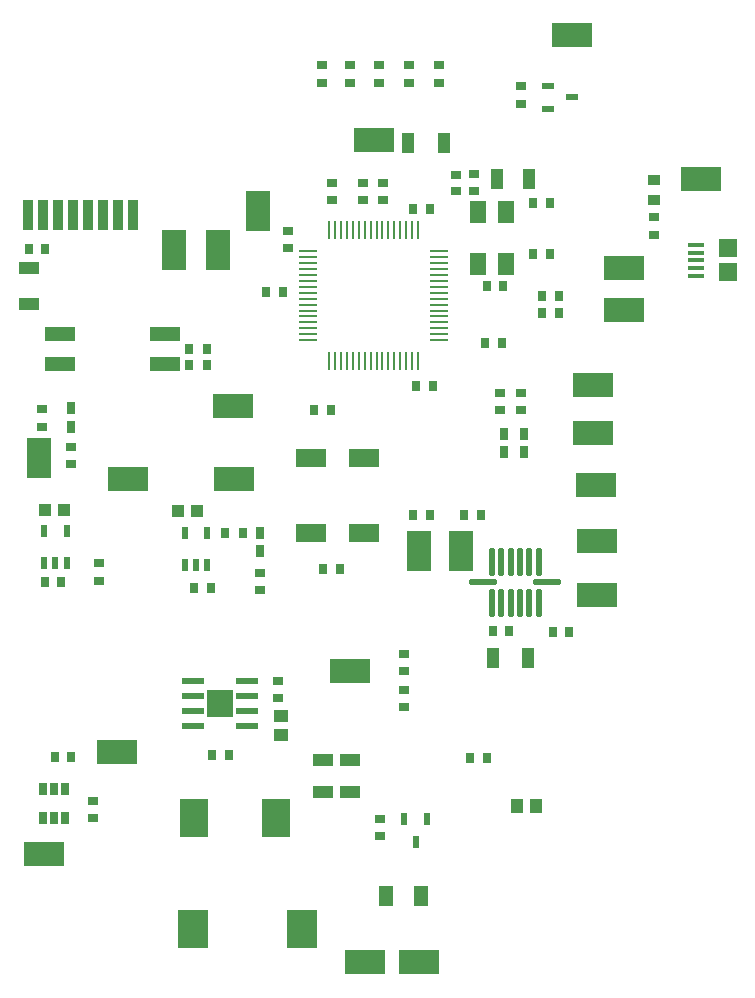
<source format=gtp>
G04*
G04 #@! TF.GenerationSoftware,Altium Limited,Altium Designer,23.11.1 (41)*
G04*
G04 Layer_Color=8421504*
%FSLAX25Y25*%
%MOIN*%
G70*
G04*
G04 #@! TF.SameCoordinates,5FF802D6-143A-4804-846E-93AAEE263E3C*
G04*
G04*
G04 #@! TF.FilePolarity,Positive*
G04*
G01*
G75*
%ADD23R,0.03150X0.03543*%
%ADD24R,0.13780X0.07874*%
%ADD25R,0.07874X0.13780*%
%ADD26R,0.06102X0.05906*%
%ADD27R,0.05315X0.01575*%
%ADD28R,0.03150X0.03937*%
%ADD29R,0.02559X0.04331*%
%ADD30R,0.09843X0.06299*%
%ADD31R,0.10236X0.04724*%
%ADD32R,0.02756X0.03543*%
%ADD33R,0.05512X0.07480*%
%ADD34R,0.03543X0.03150*%
%ADD35O,0.00984X0.06102*%
%ADD36O,0.06102X0.00984*%
%ADD37R,0.04331X0.06693*%
%ADD38R,0.03543X0.02756*%
%ADD39R,0.03937X0.03937*%
%ADD40R,0.05118X0.07087*%
%ADD41R,0.02362X0.04134*%
%ADD42R,0.03543X0.09843*%
%ADD43R,0.03937X0.07087*%
%ADD44R,0.04331X0.05118*%
%ADD45R,0.09843X0.12598*%
%ADD46R,0.06693X0.04331*%
%ADD47R,0.05118X0.04331*%
%ADD48R,0.02362X0.03937*%
%ADD49R,0.07400X0.02000*%
%ADD50O,0.02165X0.09449*%
%ADD51R,0.03937X0.02362*%
%ADD52R,0.09449X0.12992*%
%ADD53R,0.03937X0.03543*%
%ADD54R,0.07087X0.03937*%
%ADD55O,0.09449X0.02165*%
G36*
X70571Y95894D02*
X79035Y95894D01*
Y100492D01*
Y104894D01*
X70571Y104894D01*
Y95894D01*
D02*
G37*
D23*
X163244Y220500D02*
D03*
X168756D02*
D03*
X163744Y239500D02*
D03*
X169256D02*
D03*
X184756Y250000D02*
D03*
X179244D02*
D03*
X144756Y265000D02*
D03*
X139244D02*
D03*
X90244Y237500D02*
D03*
X95756D02*
D03*
X71764Y138945D02*
D03*
X66252D02*
D03*
X179244Y267000D02*
D03*
X184756D02*
D03*
X72244Y83000D02*
D03*
X77756D02*
D03*
X21866Y140677D02*
D03*
X16354D02*
D03*
X16535Y251969D02*
D03*
X19744Y82500D02*
D03*
X191256Y124000D02*
D03*
X171260Y124409D02*
D03*
X145756Y206000D02*
D03*
X140244D02*
D03*
X165748Y124409D02*
D03*
X185744Y124000D02*
D03*
X25256Y82500D02*
D03*
X11024Y251969D02*
D03*
D24*
X200500Y136500D02*
D03*
Y154500D02*
D03*
X200000Y173000D02*
D03*
X209500Y231500D02*
D03*
Y245500D02*
D03*
X40500Y84000D02*
D03*
X126000Y288000D02*
D03*
X123000Y14000D02*
D03*
X79500Y175000D02*
D03*
X79000Y199500D02*
D03*
X199000Y206500D02*
D03*
Y190500D02*
D03*
X192000Y323000D02*
D03*
X16000Y50000D02*
D03*
X44000Y175000D02*
D03*
X141000Y14000D02*
D03*
X118000Y111000D02*
D03*
X235000Y275000D02*
D03*
D25*
X59500Y251500D02*
D03*
X155000Y151000D02*
D03*
X141000D02*
D03*
X74000Y251500D02*
D03*
X14500Y182000D02*
D03*
X87500Y264500D02*
D03*
D26*
X244000Y252000D02*
D03*
Y244126D02*
D03*
D27*
X233370Y242945D02*
D03*
Y245504D02*
D03*
Y248063D02*
D03*
Y250622D02*
D03*
Y253181D02*
D03*
D28*
X169559Y183976D02*
D03*
Y190276D02*
D03*
X176252Y183976D02*
D03*
Y190276D02*
D03*
X88000Y151000D02*
D03*
Y157299D02*
D03*
X25000Y192500D02*
D03*
Y198799D02*
D03*
D29*
X23240Y71724D02*
D03*
X15760D02*
D03*
Y62276D02*
D03*
X19500D02*
D03*
X23240D02*
D03*
X19500Y71724D02*
D03*
D30*
X122858Y182000D02*
D03*
X105142D02*
D03*
X105000Y157000D02*
D03*
X122716D02*
D03*
D31*
X21461Y223500D02*
D03*
Y213500D02*
D03*
X56500Y223500D02*
D03*
Y213500D02*
D03*
D32*
X64547Y218500D02*
D03*
X70453D02*
D03*
X64547Y213000D02*
D03*
X70453D02*
D03*
X82453Y157000D02*
D03*
X76547D02*
D03*
X163953Y82000D02*
D03*
X158047D02*
D03*
X139047Y163000D02*
D03*
X144953D02*
D03*
X114953Y145000D02*
D03*
X109047D02*
D03*
X111953Y198000D02*
D03*
X106047D02*
D03*
X161953Y163000D02*
D03*
X156047D02*
D03*
X182047Y236000D02*
D03*
X187953D02*
D03*
X182047Y230500D02*
D03*
X187953D02*
D03*
D33*
X160776Y246839D02*
D03*
Y264161D02*
D03*
X170224D02*
D03*
Y246839D02*
D03*
D34*
X97500Y252244D02*
D03*
Y257756D02*
D03*
X32500Y67756D02*
D03*
Y62244D02*
D03*
X122500Y273756D02*
D03*
X129000Y273756D02*
D03*
X112000Y273756D02*
D03*
X153500Y276634D02*
D03*
X159500Y276756D02*
D03*
Y271244D02*
D03*
X153500Y271122D02*
D03*
X112000Y268244D02*
D03*
X129000Y268244D02*
D03*
X122500Y268244D02*
D03*
D35*
X140748Y257972D02*
D03*
X136811D02*
D03*
X134843D02*
D03*
X132874D02*
D03*
X130905D02*
D03*
X128937D02*
D03*
X126969D02*
D03*
X125000D02*
D03*
X123031D02*
D03*
X121063D02*
D03*
X119095D02*
D03*
X117126D02*
D03*
X115157D02*
D03*
X113189D02*
D03*
X111221D02*
D03*
Y214469D02*
D03*
X113189D02*
D03*
X115157D02*
D03*
X117126D02*
D03*
X119095D02*
D03*
X121063D02*
D03*
X123031D02*
D03*
X125000D02*
D03*
X126969D02*
D03*
X128937D02*
D03*
X130905D02*
D03*
X132874D02*
D03*
X134843D02*
D03*
X138779D02*
D03*
X140748D02*
D03*
X136811D02*
D03*
X138779Y257972D02*
D03*
D36*
X104232Y249016D02*
D03*
Y247047D02*
D03*
Y245079D02*
D03*
Y243110D02*
D03*
Y241142D02*
D03*
Y239173D02*
D03*
Y237205D02*
D03*
Y235236D02*
D03*
Y233268D02*
D03*
Y231299D02*
D03*
Y229331D02*
D03*
Y227362D02*
D03*
Y225394D02*
D03*
Y223425D02*
D03*
Y221457D02*
D03*
X147736D02*
D03*
Y223425D02*
D03*
Y225394D02*
D03*
Y227362D02*
D03*
Y229331D02*
D03*
Y231299D02*
D03*
Y233268D02*
D03*
Y235236D02*
D03*
Y237205D02*
D03*
Y239173D02*
D03*
Y241142D02*
D03*
Y245079D02*
D03*
Y247047D02*
D03*
Y249016D02*
D03*
Y250984D02*
D03*
Y243110D02*
D03*
X104232Y250984D02*
D03*
D37*
X167185Y275000D02*
D03*
X177815D02*
D03*
D38*
X34465Y146976D02*
D03*
Y141071D02*
D03*
X88000Y143953D02*
D03*
Y138047D02*
D03*
X128000Y56047D02*
D03*
Y61953D02*
D03*
X136000Y116953D02*
D03*
Y111047D02*
D03*
Y104953D02*
D03*
Y99047D02*
D03*
X175197Y300197D02*
D03*
X25000Y180047D02*
D03*
X219500Y256547D02*
D03*
Y262453D02*
D03*
X94000Y107953D02*
D03*
Y102047D02*
D03*
X15500Y198453D02*
D03*
Y192547D02*
D03*
X25000Y185953D02*
D03*
X175197Y306102D02*
D03*
X108661Y312992D02*
D03*
Y307087D02*
D03*
X118110Y312992D02*
D03*
Y307087D02*
D03*
X127953Y312992D02*
D03*
Y307087D02*
D03*
X137795Y312992D02*
D03*
Y307087D02*
D03*
X147638Y312992D02*
D03*
Y307087D02*
D03*
X168000Y203953D02*
D03*
Y198047D02*
D03*
X175000Y203953D02*
D03*
Y198047D02*
D03*
D39*
X67150Y164500D02*
D03*
X60850D02*
D03*
X22654Y164693D02*
D03*
X16354D02*
D03*
D40*
X130291Y36000D02*
D03*
X141709D02*
D03*
D41*
X63102Y146425D02*
D03*
X66843D02*
D03*
X70583D02*
D03*
Y157055D02*
D03*
X63102D02*
D03*
X16158Y147173D02*
D03*
X23638D02*
D03*
Y157803D02*
D03*
X16158D02*
D03*
X19898Y147173D02*
D03*
D42*
X10799Y262992D02*
D03*
X15804D02*
D03*
X20810D02*
D03*
X25815D02*
D03*
X30821D02*
D03*
X35827D02*
D03*
X40832D02*
D03*
X45838D02*
D03*
D43*
X165748Y115354D02*
D03*
X177559D02*
D03*
X137594Y287000D02*
D03*
X149406D02*
D03*
D44*
X180150Y66000D02*
D03*
X173850D02*
D03*
D45*
X65890Y25000D02*
D03*
X102110D02*
D03*
D46*
X109000Y70685D02*
D03*
Y81315D02*
D03*
X118000Y70685D02*
D03*
Y81315D02*
D03*
D47*
X95000Y96150D02*
D03*
Y89850D02*
D03*
D48*
X143740Y61937D02*
D03*
X136260D02*
D03*
X140000Y54063D02*
D03*
D49*
X65703Y102894D02*
D03*
Y97894D02*
D03*
Y92894D02*
D03*
Y107894D02*
D03*
X83903D02*
D03*
Y102894D02*
D03*
Y97894D02*
D03*
Y92894D02*
D03*
D50*
X177953Y133957D02*
D03*
X174803D02*
D03*
X168504D02*
D03*
Y147539D02*
D03*
X181102D02*
D03*
X177953D02*
D03*
X174803D02*
D03*
X171653D02*
D03*
X165354D02*
D03*
Y133957D02*
D03*
X171653D02*
D03*
X181102D02*
D03*
D51*
X184252Y298622D02*
D03*
X192126Y302362D02*
D03*
X184252Y306102D02*
D03*
D52*
X93362Y62000D02*
D03*
X66000D02*
D03*
D53*
X219500Y274847D02*
D03*
Y268154D02*
D03*
D54*
X11000Y233594D02*
D03*
Y245406D02*
D03*
D55*
X183957Y140748D02*
D03*
X162500D02*
D03*
M02*

</source>
